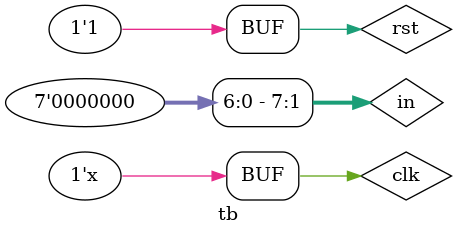
<source format=sv>
module tb( );
reg rst,clk;reg [7:0] in;
wire[7:0] out;

d_ff a1(in,clk,rst,out);

always #5 clk=~clk;

initial begin
clk=0;rst=1;
repeat(2)begin
#3
in=$random;
#7;
end
rst=0;
repeat(5)begin
#3
in=$random;
#7;
end
rst=1;
repeat(2)begin
#3
in=$random;
#7;
end

end
endmodule

</source>
